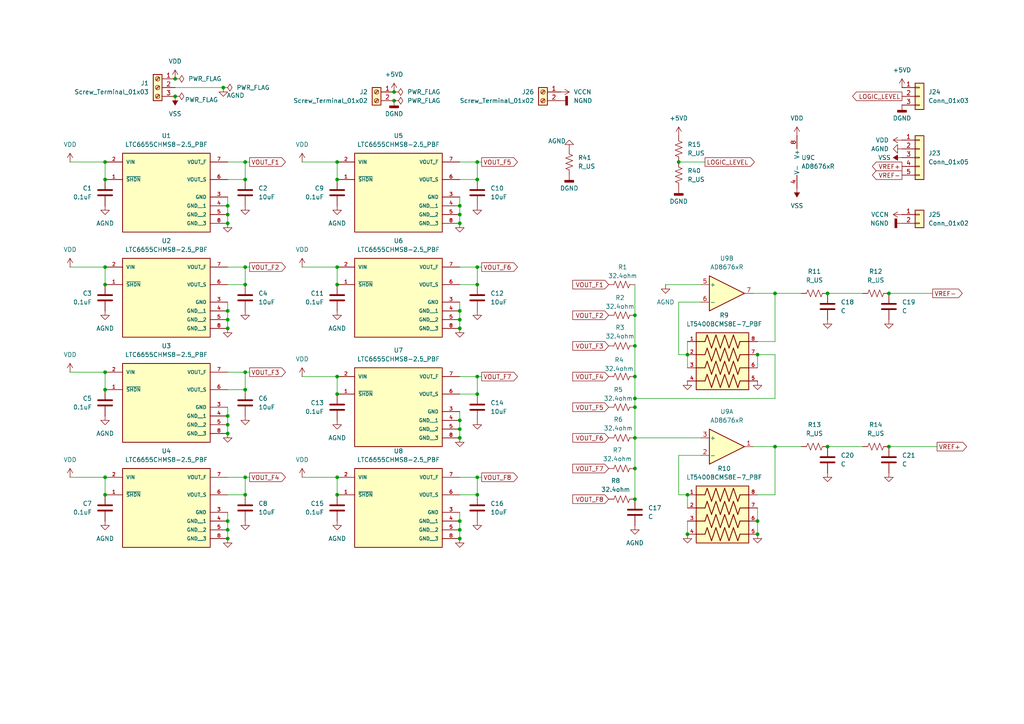
<source format=kicad_sch>
(kicad_sch (version 20250114) (generator "eeschema") (generator_version "9.0")
  (paper "A4")
  (junction (at 97.79 82.55))
  (junction (at 184.15 109.22))
  (junction (at 199.39 102.87))
  (junction (at 71.12 77.47))
  (junction (at 66.04 125.73))
  (junction (at 97.79 138.43))
  (junction (at 66.04 62.23))
  (junction (at 97.79 52.07))
  (junction (at 138.43 109.22))
  (junction (at 184.15 115.57))
  (junction (at 240.03 85.09))
  (junction (at 138.43 46.99))
  (junction (at 184.15 144.78))
  (junction (at 196.85 46.99))
  (junction (at 66.04 92.71))
  (junction (at 133.35 151.13))
  (junction (at 30.48 113.03))
  (junction (at 66.04 95.25))
  (junction (at 30.48 138.43))
  (junction (at 114.3 29.21))
  (junction (at 71.12 143.51))
  (junction (at 133.35 64.77))
  (junction (at 133.35 127))
  (junction (at 133.35 59.69))
  (junction (at 133.35 95.25))
  (junction (at 64.77 25.4))
  (junction (at 71.12 113.03))
  (junction (at 133.35 62.23))
  (junction (at 50.8 27.94))
  (junction (at 138.43 77.47))
  (junction (at 97.79 114.3))
  (junction (at 133.35 92.71))
  (junction (at 66.04 64.77))
  (junction (at 71.12 46.99))
  (junction (at 66.04 156.21))
  (junction (at 133.35 124.46))
  (junction (at 30.48 77.47))
  (junction (at 66.04 153.67))
  (junction (at 114.3 26.67))
  (junction (at 199.39 143.51))
  (junction (at 66.04 120.65))
  (junction (at 224.79 85.09))
  (junction (at 184.15 127))
  (junction (at 219.71 154.94))
  (junction (at 257.81 129.54))
  (junction (at 50.8 22.86))
  (junction (at 184.15 118.11))
  (junction (at 257.81 85.09))
  (junction (at 71.12 107.95))
  (junction (at 133.35 153.67))
  (junction (at 97.79 143.51))
  (junction (at 184.15 100.33))
  (junction (at 30.48 82.55))
  (junction (at 66.04 59.69))
  (junction (at 97.79 46.99))
  (junction (at 30.48 52.07))
  (junction (at 66.04 151.13))
  (junction (at 30.48 46.99))
  (junction (at 138.43 52.07))
  (junction (at 30.48 107.95))
  (junction (at 71.12 82.55))
  (junction (at 133.35 156.21))
  (junction (at 97.79 109.22))
  (junction (at 133.35 90.17))
  (junction (at 199.39 154.94))
  (junction (at 224.79 129.54))
  (junction (at 138.43 114.3))
  (junction (at 138.43 138.43))
  (junction (at 138.43 82.55))
  (junction (at 30.48 143.51))
  (junction (at 133.35 121.92))
  (junction (at 184.15 135.89))
  (junction (at 66.04 90.17))
  (junction (at 71.12 52.07))
  (junction (at 71.12 138.43))
  (junction (at 184.15 91.44))
  (junction (at 66.04 123.19))
  (junction (at 219.71 151.13))
  (junction (at 97.79 77.47))
  (junction (at 138.43 143.51))
  (junction (at 219.71 102.87))
  (junction (at 240.03 129.54))
  (wire (pts (xy 71.12 107.95) (xy 72.39 107.95)))
  (wire (pts (xy 138.43 109.22) (xy 139.7 109.22)))
  (wire (pts (xy 133.35 148.59) (xy 133.35 151.13)))
  (wire (pts (xy 138.43 138.43) (xy 139.7 138.43)))
  (wire (pts (xy 133.35 124.46) (xy 133.35 127)))
  (wire (pts (xy 20.32 138.43) (xy 30.48 138.43)))
  (wire (pts (xy 71.12 52.07) (xy 66.04 52.07)))
  (wire (pts (xy 138.43 109.22) (xy 138.43 114.3)))
  (wire (pts (xy 138.43 46.99) (xy 138.43 52.07)))
  (wire (pts (xy 257.81 129.54) (xy 271.78 129.54)))
  (wire (pts (xy 240.03 85.09) (xy 250.19 85.09)))
  (wire (pts (xy 97.79 77.47) (xy 97.79 82.55)))
  (wire (pts (xy 71.12 77.47) (xy 72.39 77.47)))
  (wire (pts (xy 71.12 107.95) (xy 66.04 107.95)))
  (wire (pts (xy 87.63 138.43) (xy 97.79 138.43)))
  (wire (pts (xy 199.39 102.87) (xy 199.39 106.68)))
  (wire (pts (xy 240.03 129.54) (xy 250.19 129.54)))
  (wire (pts (xy 133.35 151.13) (xy 133.35 153.67)))
  (wire (pts (xy 71.12 138.43) (xy 72.39 138.43)))
  (wire (pts (xy 224.79 115.57) (xy 184.15 115.57)))
  (wire (pts (xy 71.12 46.99) (xy 71.12 52.07)))
  (wire (pts (xy 138.43 52.07) (xy 133.35 52.07)))
  (wire (pts (xy 66.04 57.15) (xy 66.04 59.69)))
  (wire (pts (xy 184.15 91.44) (xy 184.15 100.33)))
  (wire (pts (xy 184.15 127) (xy 184.15 135.89)))
  (wire (pts (xy 71.12 77.47) (xy 71.12 82.55)))
  (wire (pts (xy 71.12 143.51) (xy 66.04 143.51)))
  (wire (pts (xy 66.04 153.67) (xy 66.04 156.21)))
  (wire (pts (xy 138.43 77.47) (xy 133.35 77.47)))
  (wire (pts (xy 133.35 121.92) (xy 133.35 124.46)))
  (wire (pts (xy 224.79 85.09) (xy 224.79 99.06)))
  (wire (pts (xy 138.43 46.99) (xy 133.35 46.99)))
  (wire (pts (xy 196.85 132.08) (xy 203.2 132.08)))
  (wire (pts (xy 133.35 119.38) (xy 133.35 121.92)))
  (wire (pts (xy 71.12 82.55) (xy 66.04 82.55)))
  (wire (pts (xy 66.04 92.71) (xy 66.04 95.25)))
  (wire (pts (xy 133.35 59.69) (xy 133.35 62.23)))
  (wire (pts (xy 66.04 120.65) (xy 66.04 123.19)))
  (wire (pts (xy 138.43 138.43) (xy 133.35 138.43)))
  (wire (pts (xy 219.71 151.13) (xy 219.71 154.94)))
  (wire (pts (xy 199.39 143.51) (xy 199.39 147.32)))
  (wire (pts (xy 138.43 82.55) (xy 133.35 82.55)))
  (wire (pts (xy 30.48 77.47) (xy 30.48 82.55)))
  (wire (pts (xy 184.15 82.55) (xy 184.15 91.44)))
  (wire (pts (xy 184.15 109.22) (xy 184.15 115.57)))
  (wire (pts (xy 30.48 46.99) (xy 30.48 52.07)))
  (wire (pts (xy 71.12 138.43) (xy 71.12 143.51)))
  (wire (pts (xy 138.43 138.43) (xy 138.43 143.51)))
  (wire (pts (xy 66.04 59.69) (xy 66.04 62.23)))
  (wire (pts (xy 66.04 62.23) (xy 66.04 64.77)))
  (wire (pts (xy 71.12 113.03) (xy 66.04 113.03)))
  (wire (pts (xy 133.35 153.67) (xy 133.35 156.21)))
  (wire (pts (xy 196.85 143.51) (xy 199.39 143.51)))
  (wire (pts (xy 138.43 46.99) (xy 139.7 46.99)))
  (wire (pts (xy 30.48 138.43) (xy 30.48 143.51)))
  (wire (pts (xy 71.12 46.99) (xy 66.04 46.99)))
  (wire (pts (xy 184.15 118.11) (xy 184.15 127)))
  (wire (pts (xy 133.35 57.15) (xy 133.35 59.69)))
  (wire (pts (xy 199.39 99.06) (xy 199.39 102.87)))
  (wire (pts (xy 138.43 77.47) (xy 139.7 77.47)))
  (wire (pts (xy 133.35 92.71) (xy 133.35 95.25)))
  (wire (pts (xy 133.35 62.23) (xy 133.35 64.77)))
  (wire (pts (xy 196.85 132.08) (xy 196.85 143.51)))
  (wire (pts (xy 184.15 135.89) (xy 184.15 144.78)))
  (wire (pts (xy 133.35 87.63) (xy 133.35 90.17)))
  (wire (pts (xy 219.71 147.32) (xy 219.71 151.13)))
  (wire (pts (xy 138.43 143.51) (xy 133.35 143.51)))
  (wire (pts (xy 184.15 115.57) (xy 184.15 118.11)))
  (wire (pts (xy 219.71 143.51) (xy 224.79 143.51)))
  (wire (pts (xy 97.79 46.99) (xy 97.79 52.07)))
  (wire (pts (xy 20.32 107.95) (xy 30.48 107.95)))
  (wire (pts (xy 224.79 143.51) (xy 224.79 129.54)))
  (wire (pts (xy 219.71 102.87) (xy 224.79 102.87)))
  (wire (pts (xy 66.04 118.11) (xy 66.04 120.65)))
  (wire (pts (xy 97.79 109.22) (xy 97.79 114.3)))
  (wire (pts (xy 66.04 148.59) (xy 66.04 151.13)))
  (wire (pts (xy 138.43 109.22) (xy 133.35 109.22)))
  (wire (pts (xy 199.39 102.87) (xy 196.85 102.87)))
  (wire (pts (xy 218.44 85.09) (xy 224.79 85.09)))
  (wire (pts (xy 66.04 87.63) (xy 66.04 90.17)))
  (wire (pts (xy 71.12 107.95) (xy 71.12 113.03)))
  (wire (pts (xy 224.79 85.09) (xy 232.41 85.09)))
  (wire (pts (xy 138.43 77.47) (xy 138.43 82.55)))
  (wire (pts (xy 87.63 46.99) (xy 97.79 46.99)))
  (wire (pts (xy 50.8 25.4) (xy 64.77 25.4)))
  (wire (pts (xy 196.85 87.63) (xy 203.2 87.63)))
  (wire (pts (xy 30.48 107.95) (xy 30.48 113.03)))
  (wire (pts (xy 97.79 138.43) (xy 97.79 143.51)))
  (wire (pts (xy 71.12 77.47) (xy 66.04 77.47)))
  (wire (pts (xy 87.63 109.22) (xy 97.79 109.22)))
  (wire (pts (xy 204.47 46.99) (xy 196.85 46.99)))
  (wire (pts (xy 224.79 129.54) (xy 232.41 129.54)))
  (wire (pts (xy 138.43 114.3) (xy 133.35 114.3)))
  (wire (pts (xy 199.39 151.13) (xy 199.39 154.94)))
  (wire (pts (xy 219.71 102.87) (xy 219.71 106.68)))
  (wire (pts (xy 71.12 138.43) (xy 66.04 138.43)))
  (wire (pts (xy 20.32 77.47) (xy 30.48 77.47)))
  (wire (pts (xy 184.15 127) (xy 203.2 127)))
  (wire (pts (xy 224.79 99.06) (xy 219.71 99.06)))
  (wire (pts (xy 71.12 46.99) (xy 72.39 46.99)))
  (wire (pts (xy 218.44 129.54) (xy 224.79 129.54)))
  (wire (pts (xy 20.32 46.99) (xy 30.48 46.99)))
  (wire (pts (xy 224.79 102.87) (xy 224.79 115.57)))
  (wire (pts (xy 133.35 90.17) (xy 133.35 92.71)))
  (wire (pts (xy 184.15 100.33) (xy 184.15 109.22)))
  (wire (pts (xy 257.81 85.09) (xy 270.51 85.09)))
  (wire (pts (xy 66.04 90.17) (xy 66.04 92.71)))
  (wire (pts (xy 196.85 102.87) (xy 196.85 87.63)))
  (wire (pts (xy 193.04 82.55) (xy 203.2 82.55)))
  (wire (pts (xy 87.63 77.47) (xy 97.79 77.47)))
  (wire (pts (xy 66.04 123.19) (xy 66.04 125.73)))
  (wire (pts (xy 66.04 151.13) (xy 66.04 153.67)))
  (global_label "VOUT_F5" (shape input) (at 176.53 118.11 180) (property "Intersheetrefs" "${INTERSHEET_REFS}" (effects (hide yes))))
  (global_label "VOUT_F7" (shape output) (at 139.7 109.22 0) (property "Intersheetrefs" "${INTERSHEET_REFS}" (effects (hide yes))))
  (global_label "VOUT_F2" (shape output) (at 72.39 77.47 0) (property "Intersheetrefs" "${INTERSHEET_REFS}" (effects (hide yes))))
  (global_label "VOUT_F5" (shape output) (at 139.7 46.99 0) (property "Intersheetrefs" "${INTERSHEET_REFS}" (effects (hide yes))))
  (global_label "VREF+" (shape output) (at 261.62 48.26 180) (property "Intersheetrefs" "${INTERSHEET_REFS}" (effects (hide yes))))
  (global_label "VOUT_F6" (shape input) (at 176.53 127 180) (property "Intersheetrefs" "${INTERSHEET_REFS}" (effects (hide yes))))
  (global_label "VOUT_F6" (shape output) (at 139.7 77.47 0) (property "Intersheetrefs" "${INTERSHEET_REFS}" (effects (hide yes))))
  (global_label "VREF-" (shape output) (at 270.51 85.09 0) (property "Intersheetrefs" "${INTERSHEET_REFS}" (effects (hide yes))))
  (global_label "VREF+" (shape output) (at 271.78 129.54 0) (property "Intersheetrefs" "${INTERSHEET_REFS}" (effects (hide yes))))
  (global_label "VREF-" (shape output) (at 261.62 50.8 180) (property "Intersheetrefs" "${INTERSHEET_REFS}" (effects (hide yes))))
  (global_label "VOUT_F1" (shape input) (at 176.53 82.55 180) (property "Intersheetrefs" "${INTERSHEET_REFS}" (effects (hide yes))))
  (global_label "LOGIC_LEVEL" (shape output) (at 261.62 27.94 180) (property "Intersheetrefs" "${INTERSHEET_REFS}" (effects (hide yes))))
  (global_label "VOUT_F2" (shape input) (at 176.53 91.44 180) (property "Intersheetrefs" "${INTERSHEET_REFS}" (effects (hide yes))))
  (global_label "VOUT_F8" (shape output) (at 139.7 138.43 0) (property "Intersheetrefs" "${INTERSHEET_REFS}" (effects (hide yes))))
  (global_label "LOGIC_LEVEL" (shape output) (at 204.47 46.99 0) (property "Intersheetrefs" "${INTERSHEET_REFS}" (effects (hide yes))))
  (global_label "VOUT_F3" (shape input) (at 176.53 100.33 180) (property "Intersheetrefs" "${INTERSHEET_REFS}" (effects (hide yes))))
  (global_label "VOUT_F8" (shape input) (at 176.53 144.78 180) (property "Intersheetrefs" "${INTERSHEET_REFS}" (effects (hide yes))))
  (global_label "VOUT_F7" (shape input) (at 176.53 135.89 180) (property "Intersheetrefs" "${INTERSHEET_REFS}" (effects (hide yes))))
  (global_label "VOUT_F1" (shape output) (at 72.39 46.99 0) (property "Intersheetrefs" "${INTERSHEET_REFS}" (effects (hide yes))))
  (global_label "VOUT_F3" (shape output) (at 72.39 107.95 0) (property "Intersheetrefs" "${INTERSHEET_REFS}" (effects (hide yes))))
  (global_label "VOUT_F4" (shape output) (at 72.39 138.43 0) (property "Intersheetrefs" "${INTERSHEET_REFS}" (effects (hide yes))))
  (global_label "VOUT_F4" (shape input) (at 176.53 109.22 180) (property "Intersheetrefs" "${INTERSHEET_REFS}" (effects (hide yes))))
  (symbol (lib_id "power:PWR_FLAG") (at 64.77 25.4 270) (unit 1)
    (property "Reference" "#FLG04" (effects (hide yes)))
    (property "Value" "PWR_FLAG" (at 68.58 25.3999 90) (effects (justify left)))
    (property "Description" "Special symbol for telling ERC where power comes from" (effects (hide yes)))
  )
  (symbol (lib_id "power:GNDD") (at 162.56 29.21 90) (unit 1)
    (property "Reference" "#PWR0509" (effects (hide yes)))
    (property "Value" "NGND" (at 166.37 29.2099 90) (effects (justify right)))
    (property "Description" "Power symbol creates a global label with name \"GNDD\" , digital ground" (effects (hide yes)))
  )
  (symbol (lib_id "power:GND") (at 138.43 121.92 0) (unit 1)
    (property "Reference" "#PWR031" (effects (hide yes)))
    (property "Value" "AGND" (effects (hide yes)))
    (property "Description" "Power symbol creates a global label with name \"GND\" , ground" (effects (hide yes)))
  )
  (symbol (lib_id "power:PWR_FLAG") (at 114.3 29.21 270) (unit 1)
    (property "Reference" "#FLG06" (effects (hide yes)))
    (property "Value" "PWR_FLAG" (at 118.11 29.2099 90) (effects (justify left)))
    (property "Description" "Special symbol for telling ERC where power comes from" (effects (hide yes)))
  )
  (symbol (lib_id "Connector_Generic:Conn_01x02") (at 266.7 62.23 0) (unit 1)
    (property "Reference" "J25" (at 269.24 62.2299 0) (effects (justify left)))
    (property "Value" "Conn_01x02" (at 269.24 64.7699 0) (effects (justify left)))
    (property "Footprint" "Connector_PinHeader_2.54mm:PinHeader_1x02_P2.54mm_Vertical" (effects (hide yes)))
    (property "Description" "Generic connector, single row, 01x02, script generated (kicad-library-utils/schlib/autogen/connector/)" (effects (hide yes)))
  )
  (symbol (lib_id "Device:R_US") (at 180.34 91.44 90) (unit 1)
    (property "Reference" "R2" (at 179.832 86.36 90))
    (property "Value" "32.4ohm" (at 179.832 88.9 90))
    (property "Footprint" "Resistor_SMD:R_0805_2012Metric_Pad1.20x1.40mm_HandSolder" (effects (hide yes)))
    (property "Description" "Resistor, US symbol" (effects (hide yes)))
  )
  (symbol (lib_name "LTC6655CHMS8-2.5_PBF_1") (lib_id "LTC6655CHMS8-2.5_PBF:LTC6655CHMS8-2.5_PBF") (at 115.57 143.51 0) (unit 1)
    (property "Reference" "U8" (at 115.57 130.81 0))
    (property "Value" "LTC6655CHMS8-2.5_PBF" (at 115.57 133.35 0))
    (property "Footprint" "Package_LCC:Analog_LCC-8_5x5mm_P1.27mm" (effects (hide yes)))
    (property "PARTREV" "J" (effects (hide yes)))
    (property "MANUFACTURER" "Analog Devices" (effects (hide yes)))
    (property "MAXIMUM_PACKAGE_HEIGHT" "1.1mm" (effects (hide yes)))
    (property "STANDARD" "IPC 7351B" (effects (hide yes)))
  )
  (symbol (lib_id "Device:R_US") (at 180.34 109.22 90) (unit 1)
    (property "Reference" "R4" (at 179.578 104.394 90))
    (property "Value" "32.4ohm" (at 179.578 106.934 90))
    (property "Footprint" "Resistor_SMD:R_0805_2012Metric_Pad1.20x1.40mm_HandSolder" (effects (hide yes)))
    (property "Description" "Resistor, US symbol" (effects (hide yes)))
  )
  (symbol (lib_id "Device:C") (at 257.81 88.9 0) (unit 1)
    (property "Reference" "C19" (at 261.62 87.6299 0) (effects (justify left)))
    (property "Value" "C" (at 261.62 90.1699 0) (effects (justify left)))
    (property "Footprint" "Capacitor_SMD:C_0805_2012Metric" (effects (hide yes)))
    (property "Description" "Unpolarized capacitor" (effects (hide yes)))
  )
  (symbol (lib_id "Device:C") (at 138.43 86.36 0) (unit 1)
    (property "Reference" "C12" (at 142.24 85.0899 0) (effects (justify left)))
    (property "Value" "10uF" (at 142.24 87.6299 0) (effects (justify left)))
    (property "Footprint" "Capacitor_SMD:C_0603_1608Metric_Pad1.08x0.95mm_HandSolder" (effects (hide yes)))
    (property "Description" "Unpolarized capacitor" (effects (hide yes)))
  )
  (symbol (lib_id "power:GND") (at 71.12 59.69 0) (unit 1)
    (property "Reference" "#PWR05" (effects (hide yes)))
    (property "Value" "AGND" (effects (hide yes)))
    (property "Description" "Power symbol creates a global label with name \"GND\" , ground" (effects (hide yes)))
  )
  (symbol (lib_id "power:VSS") (at 261.62 45.72 90) (mirror x) (unit 1)
    (property "Reference" "#PWR0493" (effects (hide yes)))
    (property "Value" "VSS" (at 256.54 45.72 90))
    (property "Description" "Power symbol creates a global label with name \"VSS\"" (effects (hide yes)))
  )
  (symbol (lib_id "Device:R_US") (at 180.34 135.89 90) (unit 1)
    (property "Reference" "R7" (at 179.07 130.556 90))
    (property "Value" "32.4ohm" (at 179.07 133.096 90))
    (property "Footprint" "Resistor_SMD:R_0805_2012Metric_Pad1.20x1.40mm_HandSolder" (effects (hide yes)))
    (property "Description" "Resistor, US symbol" (effects (hide yes)))
  )
  (symbol (lib_id "power:GND") (at 138.43 151.13 0) (unit 1)
    (property "Reference" "#PWR035" (effects (hide yes)))
    (property "Value" "AGND" (effects (hide yes)))
    (property "Description" "Power symbol creates a global label with name \"GND\" , ground" (effects (hide yes)))
  )
  (symbol (lib_id "power:GNDD") (at 261.62 30.48 0) (unit 1)
    (property "Reference" "#PWR0501" (effects (hide yes)))
    (property "Value" "DGND" (at 261.62 34.29 0))
    (property "Description" "Power symbol creates a global label with name \"GNDD\" , digital ground" (effects (hide yes)))
  )
  (symbol (lib_id "power:VSS") (at 50.8 27.94 0) (mirror x) (unit 1)
    (property "Reference" "#PWR03" (effects (hide yes)))
    (property "Value" "VSS" (at 50.8 33.02 0))
    (property "Description" "Power symbol creates a global label with name \"VSS\"" (effects (hide yes)))
  )
  (symbol (lib_id "power:GND") (at 71.12 120.65 0) (unit 1)
    (property "Reference" "#PWR014" (effects (hide yes)))
    (property "Value" "AGND" (effects (hide yes)))
    (property "Description" "Power symbol creates a global label with name \"GND\" , ground" (effects (hide yes)))
  )
  (symbol (lib_id "Device:C") (at 138.43 55.88 0) (unit 1)
    (property "Reference" "C10" (at 142.24 54.6099 0) (effects (justify left)))
    (property "Value" "10uF" (at 142.24 57.1499 0) (effects (justify left)))
    (property "Footprint" "Capacitor_SMD:C_0603_1608Metric_Pad1.08x0.95mm_HandSolder" (effects (hide yes)))
    (property "Description" "Unpolarized capacitor" (effects (hide yes)))
  )
  (symbol (lib_id "Device:R_US") (at 165.1 46.99 0) (unit 1)
    (property "Reference" "R41" (at 167.64 45.7199 0) (effects (justify left)))
    (property "Value" "R_US" (at 167.64 48.2599 0) (effects (justify left)))
    (property "Footprint" "Resistor_THT:R_Axial_DIN0309_L9.0mm_D3.2mm_P20.32mm_Horizontal" (effects (hide yes)))
    (property "Description" "Resistor, US symbol" (effects (hide yes)))
  )
  (symbol (lib_id "Device:R_US") (at 180.34 127 90) (unit 1)
    (property "Reference" "R6" (at 179.324 121.666 90))
    (property "Value" "32.4ohm" (at 179.324 124.206 90))
    (property "Footprint" "Resistor_SMD:R_0805_2012Metric_Pad1.20x1.40mm_HandSolder" (effects (hide yes)))
    (property "Description" "Resistor, US symbol" (effects (hide yes)))
  )
  (symbol (lib_id "Device:C") (at 71.12 147.32 0) (unit 1)
    (property "Reference" "C8" (at 74.93 146.0499 0) (effects (justify left)))
    (property "Value" "10uF" (at 74.93 148.5899 0) (effects (justify left)))
    (property "Footprint" "Capacitor_SMD:C_0603_1608Metric_Pad1.08x0.95mm_HandSolder" (effects (hide yes)))
    (property "Description" "Unpolarized capacitor" (effects (hide yes)))
  )
  (symbol (lib_id "power:VDD") (at 87.63 46.99 0) (unit 1)
    (property "Reference" "#PWR019" (effects (hide yes)))
    (property "Value" "VDD" (at 87.63 41.91 0))
    (property "Description" "Power symbol creates a global label with name \"VDD\"" (effects (hide yes)))
  )
  (symbol (lib_id "power:VDD") (at 231.14 39.37 0) (unit 1)
    (property "Reference" "#PWR047" (effects (hide yes)))
    (property "Value" "VDD" (at 231.14 34.29 0))
    (property "Description" "Power symbol creates a global label with name \"VDD\"" (effects (hide yes)))
  )
  (symbol (lib_id "power:VDD") (at 87.63 138.43 0) (unit 1)
    (property "Reference" "#PWR032" (effects (hide yes)))
    (property "Value" "VDD" (at 87.63 133.35 0))
    (property "Description" "Power symbol creates a global label with name \"VDD\"" (effects (hide yes)))
  )
  (symbol (lib_id "power:GND") (at 133.35 95.25 0) (unit 1)
    (property "Reference" "#PWR026" (effects (hide yes)))
    (property "Value" "AGND" (effects (hide yes)))
    (property "Description" "Power symbol creates a global label with name \"GND\" , ground" (effects (hide yes)))
  )
  (symbol (lib_id "power:VCC") (at 162.56 26.67 270) (mirror x) (unit 1)
    (property "Reference" "#PWR0508" (effects (hide yes)))
    (property "Value" "VCCN" (at 166.37 26.6699 90) (effects (justify left)))
    (property "Description" "Power symbol creates a global label with name \"VCC\"" (effects (hide yes)))
  )
  (symbol (lib_id "power:GND") (at 66.04 95.25 0) (unit 1)
    (property "Reference" "#PWR08" (effects (hide yes)))
    (property "Value" "AGND" (effects (hide yes)))
    (property "Description" "Power symbol creates a global label with name \"GND\" , ground" (effects (hide yes)))
  )
  (symbol (lib_id "power:+5V") (at 114.3 26.67 0) (unit 1)
    (property "Reference" "#PWR046" (effects (hide yes)))
    (property "Value" "+5VD" (at 114.3 21.59 0))
    (property "Description" "Power symbol creates a global label with name \"+5V\"" (effects (hide yes)))
  )
  (symbol (lib_id "power:GND") (at 219.71 110.49 0) (unit 1)
    (property "Reference" "#PWR038" (effects (hide yes)))
    (property "Value" "AGND" (effects (hide yes)))
    (property "Description" "Power symbol creates a global label with name \"GND\" , ground" (effects (hide yes)))
  )
  (symbol (lib_id "power:GND") (at 257.81 137.16 0) (unit 1)
    (property "Reference" "#PWR045" (effects (hide yes)))
    (property "Value" "AGND" (effects (hide yes)))
    (property "Description" "Power symbol creates a global label with name \"GND\" , ground" (effects (hide yes)))
  )
  (symbol (lib_id "power:GND") (at 97.79 59.69 0) (unit 1)
    (property "Reference" "#PWR021" (effects (hide yes)))
    (property "Value" "AGND" (at 97.79 64.77 0))
    (property "Description" "Power symbol creates a global label with name \"GND\" , ground" (effects (hide yes)))
  )
  (symbol (lib_id "power:GND") (at 199.39 110.49 0) (unit 1)
    (property "Reference" "#PWR037" (effects (hide yes)))
    (property "Value" "AGND" (effects (hide yes)))
    (property "Description" "Power symbol creates a global label with name \"GND\" , ground" (effects (hide yes)))
  )
  (symbol (lib_id "Device:R_US") (at 254 85.09 90) (unit 1)
    (property "Reference" "R12" (at 254 78.74 90))
    (property "Value" "R_US" (at 254 81.28 90))
    (property "Footprint" "Resistor_SMD:R_0805_2012Metric" (effects (hide yes)))
    (property "Description" "Resistor, US symbol" (effects (hide yes)))
  )
  (symbol (lib_id "power:GND") (at 71.12 151.13 0) (unit 1)
    (property "Reference" "#PWR018" (effects (hide yes)))
    (property "Value" "AGND" (effects (hide yes)))
    (property "Description" "Power symbol creates a global label with name \"GND\" , ground" (effects (hide yes)))
  )
  (symbol (lib_id "Device:C") (at 30.48 55.88 0) (mirror y) (unit 1)
    (property "Reference" "C1" (at 26.67 54.6099 0) (effects (justify left)))
    (property "Value" "0.1uF" (at 26.67 57.1499 0) (effects (justify left)))
    (property "Footprint" "Capacitor_SMD:C_0402_1005Metric_Pad0.74x0.62mm_HandSolder" (effects (hide yes)))
    (property "Description" "Unpolarized capacitor" (effects (hide yes)))
  )
  (symbol (lib_id "Amplifier_Operational:AD8676xR") (at 210.82 85.09 0) (unit 2)
    (property "Reference" "U9" (at 210.82 74.93 0))
    (property "Value" "AD8676xR" (at 210.82 77.47 0))
    (property "Footprint" "Package_SO:SOIC-8_3.9x4.9mm_P1.27mm" (effects (hide yes)))
    (property "Datasheet" "https://www.analog.com/media/en/technical-documentation/data-sheets/AD8676.pdf" (effects (hide yes)))
    (property "Description" "Dual operational amplifier, Ultra-precision, 36V, Rail-to-rail output, SOIC-8" (effects (hide yes)))
  )
  (symbol (lib_id "power:PWR_FLAG") (at 114.3 26.67 270) (unit 1)
    (property "Reference" "#FLG03" (effects (hide yes)))
    (property "Value" "PWR_FLAG" (at 118.11 26.6699 90) (effects (justify left)))
    (property "Description" "Special symbol for telling ERC where power comes from" (effects (hide yes)))
  )
  (symbol (lib_id "Device:R_US") (at 236.22 129.54 90) (unit 1)
    (property "Reference" "R13" (at 236.22 123.19 90))
    (property "Value" "R_US" (at 236.22 125.73 90))
    (property "Footprint" "Resistor_SMD:R_0805_2012Metric" (effects (hide yes)))
    (property "Description" "Resistor, US symbol" (effects (hide yes)))
  )
  (symbol (lib_id "power:GND") (at 240.03 137.16 0) (unit 1)
    (property "Reference" "#PWR044" (effects (hide yes)))
    (property "Value" "AGND" (effects (hide yes)))
    (property "Description" "Power symbol creates a global label with name \"GND\" , ground" (effects (hide yes)))
  )
  (symbol (lib_id "Device:C") (at 97.79 147.32 0) (mirror y) (unit 1)
    (property "Reference" "C15" (at 93.98 146.0499 0) (effects (justify left)))
    (property "Value" "0.1uF" (at 93.98 148.5899 0) (effects (justify left)))
    (property "Footprint" "Capacitor_SMD:C_0402_1005Metric_Pad0.74x0.62mm_HandSolder" (effects (hide yes)))
    (property "Description" "Unpolarized capacitor" (effects (hide yes)))
  )
  (symbol (lib_id "power:GND") (at 66.04 156.21 0) (unit 1)
    (property "Reference" "#PWR017" (effects (hide yes)))
    (property "Value" "AGND" (effects (hide yes)))
    (property "Description" "Power symbol creates a global label with name \"GND\" , ground" (effects (hide yes)))
  )
  (symbol (lib_id "power:VDD") (at 20.32 77.47 0) (unit 1)
    (property "Reference" "#PWR06" (effects (hide yes)))
    (property "Value" "VDD" (at 20.32 72.39 0))
    (property "Description" "Power symbol creates a global label with name \"VDD\"" (effects (hide yes)))
  )
  (symbol (lib_name "LTC6655CHMS8-2.5_PBF_1") (lib_id "LTC6655CHMS8-2.5_PBF:LTC6655CHMS8-2.5_PBF") (at 48.26 113.03 0) (unit 1)
    (property "Reference" "U3" (at 48.26 100.33 0))
    (property "Value" "LTC6655CHMS8-2.5_PBF" (at 48.26 102.87 0))
    (property "Footprint" "Package_LCC:Analog_LCC-8_5x5mm_P1.27mm" (effects (hide yes)))
    (property "PARTREV" "J" (effects (hide yes)))
    (property "MANUFACTURER" "Analog Devices" (effects (hide yes)))
    (property "MAXIMUM_PACKAGE_HEIGHT" "1.1mm" (effects (hide yes)))
    (property "STANDARD" "IPC 7351B" (effects (hide yes)))
  )
  (symbol (lib_id "power:VDD") (at 261.62 40.64 90) (unit 1)
    (property "Reference" "#PWR0452" (effects (hide yes)))
    (property "Value" "VDD" (at 257.81 40.6399 90) (effects (justify left)))
    (property "Description" "Power symbol creates a global label with name \"VDD\"" (effects (hide yes)))
  )
  (symbol (lib_id "power:GND") (at 257.81 92.71 0) (unit 1)
    (property "Reference" "#PWR043" (effects (hide yes)))
    (property "Value" "AGND" (effects (hide yes)))
    (property "Description" "Power symbol creates a global label with name \"GND\" , ground" (effects (hide yes)))
  )
  (symbol (lib_id "power:GND") (at 184.15 152.4 0) (unit 1)
    (property "Reference" "#PWR036" (effects (hide yes)))
    (property "Value" "AGND" (at 184.15 157.48 0))
    (property "Description" "Power symbol creates a global label with name \"GND\" , ground" (effects (hide yes)))
  )
  (symbol (lib_id "power:+5V") (at 261.62 25.4 0) (unit 1)
    (property "Reference" "#PWR0500" (effects (hide yes)))
    (property "Value" "+5VD" (at 261.62 20.32 0))
    (property "Description" "Power symbol creates a global label with name \"+5V\"" (effects (hide yes)))
  )
  (symbol (lib_name "LTC6655CHMS8-2.5_PBF_1") (lib_id "LTC6655CHMS8-2.5_PBF:LTC6655CHMS8-2.5_PBF") (at 48.26 82.55 0) (unit 1)
    (property "Reference" "U2" (at 48.26 69.85 0))
    (property "Value" "LTC6655CHMS8-2.5_PBF" (at 48.26 72.39 0))
    (property "Footprint" "Package_LCC:Analog_LCC-8_5x5mm_P1.27mm" (effects (hide yes)))
    (property "PARTREV" "J" (effects (hide yes)))
    (property "MANUFACTURER" "Analog Devices" (effects (hide yes)))
    (property "MAXIMUM_PACKAGE_HEIGHT" "1.1mm" (effects (hide yes)))
    (property "STANDARD" "IPC 7351B" (effects (hide yes)))
  )
  (symbol (lib_id "Device:R_US") (at 180.34 100.33 90) (unit 1)
    (property "Reference" "R3" (at 179.832 94.996 90))
    (property "Value" "32.4ohm" (at 179.832 97.536 90))
    (property "Footprint" "Resistor_SMD:R_0805_2012Metric_Pad1.20x1.40mm_HandSolder" (effects (hide yes)))
    (property "Description" "Resistor, US symbol" (effects (hide yes)))
  )
  (symbol (lib_id "power:GND") (at 66.04 64.77 0) (unit 1)
    (property "Reference" "#PWR04" (effects (hide yes)))
    (property "Value" "AGND" (effects (hide yes)))
    (property "Description" "Power symbol creates a global label with name \"GND\" , ground" (effects (hide yes)))
  )
  (symbol (lib_id "power:GND") (at 261.62 43.18 270) (unit 1)
    (property "Reference" "#PWR0492" (effects (hide yes)))
    (property "Value" "AGND" (at 257.81 43.1799 90) (effects (justify right)))
    (property "Description" "Power symbol creates a global label with name \"GND\" , ground" (effects (hide yes)))
  )
  (symbol (lib_id "Device:R_US") (at 180.34 118.11 90) (unit 1)
    (property "Reference" "R5" (at 179.324 113.03 90))
    (property "Value" "32.4ohm" (at 179.324 115.57 90))
    (property "Footprint" "Resistor_SMD:R_0805_2012Metric_Pad1.20x1.40mm_HandSolder" (effects (hide yes)))
    (property "Description" "Resistor, US symbol" (effects (hide yes)))
  )
  (symbol (lib_name "LTC6655CHMS8-2.5_PBF_1") (lib_id "LTC6655CHMS8-2.5_PBF:LTC6655CHMS8-2.5_PBF") (at 115.57 82.55 0) (unit 1)
    (property "Reference" "U6" (at 115.57 69.85 0))
    (property "Value" "LTC6655CHMS8-2.5_PBF" (at 115.57 72.39 0))
    (property "Footprint" "Package_LCC:Analog_LCC-8_5x5mm_P1.27mm" (effects (hide yes)))
    (property "PARTREV" "J" (effects (hide yes)))
    (property "MANUFACTURER" "Analog Devices" (effects (hide yes)))
    (property "MAXIMUM_PACKAGE_HEIGHT" "1.1mm" (effects (hide yes)))
    (property "STANDARD" "IPC 7351B" (effects (hide yes)))
  )
  (symbol (lib_id "power:GND") (at 133.35 127 0) (unit 1)
    (property "Reference" "#PWR030" (effects (hide yes)))
    (property "Value" "AGND" (effects (hide yes)))
    (property "Description" "Power symbol creates a global label with name \"GND\" , ground" (effects (hide yes)))
  )
  (symbol (lib_id "power:GND") (at 193.04 82.55 0) (unit 1)
    (property "Reference" "#PWR041" (effects (hide yes)))
    (property "Value" "AGND" (at 193.04 87.63 0))
    (property "Description" "Power symbol creates a global label with name \"GND\" , ground" (effects (hide yes)))
  )
  (symbol (lib_id "Device:C") (at 97.79 55.88 0) (mirror y) (unit 1)
    (property "Reference" "C9" (at 93.98 54.6099 0) (effects (justify left)))
    (property "Value" "0.1uF" (at 93.98 57.1499 0) (effects (justify left)))
    (property "Footprint" "Capacitor_SMD:C_0402_1005Metric_Pad0.74x0.62mm_HandSolder" (effects (hide yes)))
    (property "Description" "Unpolarized capacitor" (effects (hide yes)))
  )
  (symbol (lib_name "LTC6655CHMS8-2.5_PBF_1") (lib_id "LTC6655CHMS8-2.5_PBF:LTC6655CHMS8-2.5_PBF") (at 48.26 143.51 0) (unit 1)
    (property "Reference" "U4" (at 48.26 130.81 0))
    (property "Value" "LTC6655CHMS8-2.5_PBF" (at 48.26 133.35 0))
    (property "Footprint" "Package_LCC:Analog_LCC-8_5x5mm_P1.27mm" (effects (hide yes)))
    (property "PARTREV" "J" (effects (hide yes)))
    (property "MANUFACTURER" "Analog Devices" (effects (hide yes)))
    (property "MAXIMUM_PACKAGE_HEIGHT" "1.1mm" (effects (hide yes)))
    (property "STANDARD" "IPC 7351B" (effects (hide yes)))
  )
  (symbol (lib_id "power:GND") (at 71.12 90.17 0) (unit 1)
    (property "Reference" "#PWR09" (effects (hide yes)))
    (property "Value" "AGND" (effects (hide yes)))
    (property "Description" "Power symbol creates a global label with name \"GND\" , ground" (effects (hide yes)))
  )
  (symbol (lib_id "power:VDD") (at 20.32 107.95 0) (unit 1)
    (property "Reference" "#PWR010" (effects (hide yes)))
    (property "Value" "VDD" (at 20.32 102.87 0))
    (property "Description" "Power symbol creates a global label with name \"VDD\"" (effects (hide yes)))
  )
  (symbol (lib_id "power:PWR_FLAG") (at 50.8 22.86 270) (unit 1)
    (property "Reference" "#FLG01" (effects (hide yes)))
    (property "Value" "PWR_FLAG" (at 54.61 22.8599 90) (effects (justify left)))
    (property "Description" "Special symbol for telling ERC where power comes from" (effects (hide yes)))
  )
  (symbol (lib_id "power:GNDD") (at 165.1 50.8 0) (unit 1)
    (property "Reference" "#PWR0542" (effects (hide yes)))
    (property "Value" "DGND" (at 165.1 54.61 0))
    (property "Description" "Power symbol creates a global label with name \"GNDD\" , digital ground" (effects (hide yes)))
  )
  (symbol (lib_id "power:GND") (at 97.79 90.17 0) (unit 1)
    (property "Reference" "#PWR025" (effects (hide yes)))
    (property "Value" "AGND" (at 97.79 95.25 0))
    (property "Description" "Power symbol creates a global label with name \"GND\" , ground" (effects (hide yes)))
  )
  (symbol (lib_id "Device:C") (at 71.12 116.84 0) (unit 1)
    (property "Reference" "C6" (at 74.93 115.5699 0) (effects (justify left)))
    (property "Value" "10uF" (at 74.93 118.1099 0) (effects (justify left)))
    (property "Footprint" "Capacitor_SMD:C_0603_1608Metric_Pad1.08x0.95mm_HandSolder" (effects (hide yes)))
    (property "Description" "Unpolarized capacitor" (effects (hide yes)))
  )
  (symbol (lib_id "Device:C") (at 184.15 148.59 0) (unit 1)
    (property "Reference" "C17" (at 187.96 147.3199 0) (effects (justify left)))
    (property "Value" "C" (at 187.96 149.8599 0) (effects (justify left)))
    (property "Footprint" "Capacitor_SMD:C_0805_2012Metric" (effects (hide yes)))
    (property "Description" "Unpolarized capacitor" (effects (hide yes)))
  )
  (symbol (lib_id "Connector:Screw_Terminal_01x02") (at 109.22 26.67 0) (mirror y) (unit 1)
    (property "Reference" "J2" (at 106.68 26.6699 0) (effects (justify left)))
    (property "Value" "Screw_Terminal_01x02" (at 106.68 29.2099 0) (effects (justify left)))
    (property "Footprint" "TerminalBlock_4Ucon:TerminalBlock_4Ucon_1x02_P3.50mm_Horizontal" (effects (hide yes)))
    (property "Description" "Generic screw terminal, single row, 01x02, script generated (kicad-library-utils/schlib/autogen/connector/)" (effects (hide yes)))
  )
  (symbol (lib_id "power:VDD") (at 87.63 109.22 0) (unit 1)
    (property "Reference" "#PWR028" (effects (hide yes)))
    (property "Value" "VDD" (at 87.63 104.14 0))
    (property "Description" "Power symbol creates a global label with name \"VDD\"" (effects (hide yes)))
  )
  (symbol (lib_id "power:GND") (at 64.77 25.4 0) (unit 1)
    (property "Reference" "#PWR01" (effects (hide yes)))
    (property "Value" "AGND" (at 68.326 27.686 0))
    (property "Description" "Power symbol creates a global label with name \"GND\" , ground" (effects (hide yes)))
  )
  (symbol (lib_id "power:VSS") (at 231.14 54.61 0) (mirror x) (unit 1)
    (property "Reference" "#PWR048" (effects (hide yes)))
    (property "Value" "VSS" (at 231.14 59.69 0))
    (property "Description" "Power symbol creates a global label with name \"VSS\"" (effects (hide yes)))
  )
  (symbol (lib_name "LTC6655CHMS8-2.5_PBF_1") (lib_id "LTC6655CHMS8-2.5_PBF:LTC6655CHMS8-2.5_PBF") (at 115.57 114.3 0) (unit 1)
    (property "Reference" "U7" (at 115.57 101.6 0))
    (property "Value" "LTC6655CHMS8-2.5_PBF" (at 115.57 104.14 0))
    (property "Footprint" "Package_LCC:Analog_LCC-8_5x5mm_P1.27mm" (effects (hide yes)))
    (property "PARTREV" "J" (effects (hide yes)))
    (property "MANUFACTURER" "Analog Devices" (effects (hide yes)))
    (property "MAXIMUM_PACKAGE_HEIGHT" "1.1mm" (effects (hide yes)))
    (property "STANDARD" "IPC 7351B" (effects (hide yes)))
  )
  (symbol (lib_id "power:GND") (at 133.35 156.21 0) (unit 1)
    (property "Reference" "#PWR034" (effects (hide yes)))
    (property "Value" "AGND" (effects (hide yes)))
    (property "Description" "Power symbol creates a global label with name \"GND\" , ground" (effects (hide yes)))
  )
  (symbol (lib_id "Device:R_US") (at 254 129.54 90) (unit 1)
    (property "Reference" "R14" (at 254 123.19 90))
    (property "Value" "R_US" (at 254 125.73 90))
    (property "Footprint" "Resistor_SMD:R_0805_2012Metric" (effects (hide yes)))
    (property "Description" "Resistor, US symbol" (effects (hide yes)))
  )
  (symbol (lib_id "power:GND") (at 165.1 43.18 180) (unit 1)
    (property "Reference" "#PWR0543" (effects (hide yes)))
    (property "Value" "AGND" (at 161.544 40.894 0))
    (property "Description" "Power symbol creates a global label with name \"GND\" , ground" (effects (hide yes)))
  )
  (symbol (lib_id "power:GND") (at 97.79 121.92 0) (unit 1)
    (property "Reference" "#PWR029" (effects (hide yes)))
    (property "Value" "AGND" (at 97.79 127 0))
    (property "Description" "Power symbol creates a global label with name \"GND\" , ground" (effects (hide yes)))
  )
  (symbol (lib_id "power:GND") (at 199.39 154.94 0) (unit 1)
    (property "Reference" "#PWR039" (effects (hide yes)))
    (property "Value" "AGND" (effects (hide yes)))
    (property "Description" "Power symbol creates a global label with name \"GND\" , ground" (effects (hide yes)))
  )
  (symbol (lib_id "power:GND") (at 97.79 151.13 0) (unit 1)
    (property "Reference" "#PWR033" (effects (hide yes)))
    (property "Value" "AGND" (at 97.79 156.21 0))
    (property "Description" "Power symbol creates a global label with name \"GND\" , ground" (effects (hide yes)))
  )
  (symbol (lib_id "power:GND") (at 30.48 59.69 0) (unit 1)
    (property "Reference" "#PWR020" (effects (hide yes)))
    (property "Value" "AGND" (at 30.48 64.77 0))
    (property "Description" "Power symbol creates a global label with name \"GND\" , ground" (effects (hide yes)))
  )
  (symbol (lib_id "Connector_Generic:Conn_01x03") (at 266.7 27.94 0) (unit 1)
    (property "Reference" "J24" (at 269.24 26.6699 0) (effects (justify left)))
    (property "Value" "Conn_01x03" (at 269.24 29.2099 0) (effects (justify left)))
    (property "Footprint" "Connector_PinHeader_2.54mm:PinHeader_1x03_P2.54mm_Vertical" (effects (hide yes)))
    (property "Description" "Generic connector, single row, 01x03, script generated (kicad-library-utils/schlib/autogen/connector/)" (effects (hide yes)))
  )
  (symbol (lib_id "power:GND") (at 240.03 92.71 0) (unit 1)
    (property "Reference" "#PWR042" (effects (hide yes)))
    (property "Value" "AGND" (effects (hide yes)))
    (property "Description" "Power symbol creates a global label with name \"GND\" , ground" (effects (hide yes)))
  )
  (symbol (lib_id "power:GND") (at 219.71 154.94 0) (unit 1)
    (property "Reference" "#PWR040" (effects (hide yes)))
    (property "Value" "AGND" (effects (hide yes)))
    (property "Description" "Power symbol creates a global label with name \"GND\" , ground" (effects (hide yes)))
  )
  (symbol (lib_id "power:GND") (at 138.43 59.69 0) (unit 1)
    (property "Reference" "#PWR023" (effects (hide yes)))
    (property "Value" "AGND" (effects (hide yes)))
    (property "Description" "Power symbol creates a global label with name \"GND\" , ground" (effects (hide yes)))
  )
  (symbol (lib_id "power:GND") (at 66.04 125.73 0) (unit 1)
    (property "Reference" "#PWR013" (effects (hide yes)))
    (property "Value" "AGND" (effects (hide yes)))
    (property "Description" "Power symbol creates a global label with name \"GND\" , ground" (effects (hide yes)))
  )
  (symbol (lib_id "power:VDD") (at 87.63 77.47 0) (unit 1)
    (property "Reference" "#PWR024" (effects (hide yes)))
    (property "Value" "VDD" (at 87.63 72.39 0))
    (property "Description" "Power symbol creates a global label with name \"VDD\"" (effects (hide yes)))
  )
  (symbol (lib_id "power:VDD") (at 20.32 46.99 0) (unit 1)
    (property "Reference" "#PWR012" (effects (hide yes)))
    (property "Value" "VDD" (at 20.32 41.91 0))
    (property "Description" "Power symbol creates a global label with name \"VDD\"" (effects (hide yes)))
  )
  (symbol (lib_id "Device:R_US") (at 180.34 144.78 90) (unit 1)
    (property "Reference" "R8" (at 178.562 139.446 90))
    (property "Value" "32.4ohm" (at 178.562 141.986 90))
    (property "Footprint" "Resistor_SMD:R_0805_2012Metric_Pad1.20x1.40mm_HandSolder" (effects (hide yes)))
    (property "Description" "Resistor, US symbol" (effects (hide yes)))
  )
  (symbol (lib_id "power:GND") (at 133.35 64.77 0) (unit 1)
    (property "Reference" "#PWR022" (effects (hide yes)))
    (property "Value" "AGND" (effects (hide yes)))
    (property "Description" "Power symbol creates a global label with name \"GND\" , ground" (effects (hide yes)))
  )
  (symbol (lib_name "LTC6655CHMS8-2.5_PBF_1") (lib_id "LTC6655CHMS8-2.5_PBF:LTC6655CHMS8-2.5_PBF") (at 48.26 52.07 0) (unit 1)
    (property "Reference" "U1" (at 48.26 39.37 0))
    (property "Value" "LTC6655CHMS8-2.5_PBF" (at 48.26 41.91 0))
    (property "Footprint" "Package_LCC:Analog_LCC-8_5x5mm_P1.27mm" (effects (hide yes)))
    (property "PARTREV" "J" (effects (hide yes)))
    (property "MANUFACTURER" "Analog Devices" (effects (hide yes)))
    (property "MAXIMUM_PACKAGE_HEIGHT" "1.1mm" (effects (hide yes)))
    (property "STANDARD" "IPC 7351B" (effects (hide yes)))
  )
  (symbol (lib_id "power:GNDD") (at 196.85 54.61 0) (unit 1)
    (property "Reference" "#PWR0218" (effects (hide yes)))
    (property "Value" "DGND" (at 196.85 58.42 0))
    (property "Description" "Power symbol creates a global label with name \"GNDD\" , digital ground" (effects (hide yes)))
  )
  (symbol (lib_id "Connector_Generic:Conn_01x05") (at 266.7 45.72 0) (unit 1)
    (property "Reference" "J23" (at 269.24 44.4499 0) (effects (justify left)))
    (property "Value" "Conn_01x05" (at 269.24 46.9899 0) (effects (justify left)))
    (property "Footprint" "Connector_PinHeader_2.54mm:PinHeader_1x05_P2.54mm_Vertical" (effects (hide yes)))
    (property "Description" "Generic connector, single row, 01x05, script generated (kicad-library-utils/schlib/autogen/connector/)" (effects (hide yes)))
  )
  (symbol (lib_id "Device:C") (at 30.48 86.36 0) (mirror y) (unit 1)
    (property "Reference" "C3" (at 26.67 85.0899 0) (effects (justify left)))
    (property "Value" "0.1uF" (at 26.67 87.6299 0) (effects (justify left)))
    (property "Footprint" "Capacitor_SMD:C_0402_1005Metric_Pad0.74x0.62mm_HandSolder" (effects (hide yes)))
    (property "Description" "Unpolarized capacitor" (effects (hide yes)))
  )
  (symbol (lib_name "LTC6655CHMS8-2.5_PBF_1") (lib_id "LTC6655CHMS8-2.5_PBF:LTC6655CHMS8-2.5_PBF") (at 115.57 52.07 0) (unit 1)
    (property "Reference" "U5" (at 115.57 39.37 0))
    (property "Value" "LTC6655CHMS8-2.5_PBF" (at 115.57 41.91 0))
    (property "Footprint" "Package_LCC:Analog_LCC-8_5x5mm_P1.27mm" (effects (hide yes)))
    (property "PARTREV" "J" (effects (hide yes)))
    (property "MANUFACTURER" "Analog Devices" (effects (hide yes)))
    (property "MAXIMUM_PACKAGE_HEIGHT" "1.1mm" (effects (hide yes)))
    (property "STANDARD" "IPC 7351B" (effects (hide yes)))
  )
  (symbol (lib_id "Device:C") (at 71.12 55.88 0) (unit 1)
    (property "Reference" "C2" (at 74.93 54.6099 0) (effects (justify left)))
    (property "Value" "10uF" (at 74.93 57.1499 0) (effects (justify left)))
    (property "Footprint" "Capacitor_SMD:C_0603_1608Metric_Pad1.08x0.95mm_HandSolder" (effects (hide yes)))
    (property "Description" "Unpolarized capacitor" (effects (hide yes)))
  )
  (symbol (lib_id "Connector:Screw_Terminal_01x03") (at 45.72 25.4 0) (mirror y) (unit 1)
    (property "Reference" "J1" (at 43.18 24.1299 0) (effects (justify left)))
    (property "Value" "Screw_Terminal_01x03" (at 43.18 26.6699 0) (effects (justify left)))
    (property "Footprint" "TerminalBlock_Phoenix:TerminalBlock_Phoenix_MKDS-1,5-3-5.08_1x03_P5.08mm_Horizontal" (effects (hide yes)))
    (property "Description" "Generic screw terminal, single row, 01x03, script generated (kicad-library-utils/schlib/autogen/connector/)" (effects (hide yes)))
  )
  (symbol (lib_id "power:VCC") (at 261.62 62.23 90) (unit 1)
    (property "Reference" "#PWR0507" (effects (hide yes)))
    (property "Value" "VCCN" (at 257.81 62.2299 90) (effects (justify left)))
    (property "Description" "Power symbol creates a global label with name \"VCC\"" (effects (hide yes)))
  )
  (symbol (lib_id "Connector:Screw_Terminal_01x02") (at 157.48 26.67 0) (mirror y) (unit 1)
    (property "Reference" "J26" (at 154.94 26.6699 0) (effects (justify left)))
    (property "Value" "Screw_Terminal_01x02" (at 154.94 29.2099 0) (effects (justify left)))
    (property "Footprint" "TerminalBlock_4Ucon:TerminalBlock_4Ucon_1x02_P3.50mm_Horizontal" (effects (hide yes)))
    (property "Description" "Generic screw terminal, single row, 01x02, script generated (kicad-library-utils/schlib/autogen/connector/)" (effects (hide yes)))
  )
  (symbol (lib_id "Amplifier_Operational:AD8676xR") (at 231.14 46.99 0) (unit 3)
    (property "Reference" "U9" (at 232.41 45.7199 0) (effects (justify left)))
    (property "Value" "AD8676xR" (at 232.41 48.2599 0) (effects (justify left)))
    (property "Footprint" "Package_SO:SOIC-8_3.9x4.9mm_P1.27mm" (effects (hide yes)))
    (property "Datasheet" "https://www.analog.com/media/en/technical-documentation/data-sheets/AD8676.pdf" (effects (hide yes)))
    (property "Description" "Dual operational amplifier, Ultra-precision, 36V, Rail-to-rail output, SOIC-8" (effects (hide yes)))
  )
  (symbol (lib_id "Device:C") (at 240.03 133.35 0) (unit 1)
    (property "Reference" "C20" (at 243.84 132.0799 0) (effects (justify left)))
    (property "Value" "C" (at 243.84 134.6199 0) (effects (justify left)))
    (property "Footprint" "Capacitor_SMD:C_0805_2012Metric" (effects (hide yes)))
    (property "Description" "Unpolarized capacitor" (effects (hide yes)))
  )
  (symbol (lib_id "Device:C") (at 97.79 118.11 0) (mirror y) (unit 1)
    (property "Reference" "C13" (at 93.98 116.8399 0) (effects (justify left)))
    (property "Value" "0.1uF" (at 93.98 119.3799 0) (effects (justify left)))
    (property "Footprint" "Capacitor_SMD:C_0402_1005Metric_Pad0.74x0.62mm_HandSolder" (effects (hide yes)))
    (property "Description" "Unpolarized capacitor" (effects (hide yes)))
  )
  (symbol (lib_id "Device:C") (at 257.81 133.35 0) (unit 1)
    (property "Reference" "C21" (at 261.62 132.0799 0) (effects (justify left)))
    (property "Value" "C" (at 261.62 134.6199 0) (effects (justify left)))
    (property "Footprint" "Capacitor_SMD:C_0805_2012Metric" (effects (hide yes)))
    (property "Description" "Unpolarized capacitor" (effects (hide yes)))
  )
  (symbol (lib_id "power:GNDD") (at 114.3 29.21 0) (unit 1)
    (property "Reference" "#PWR0217" (effects (hide yes)))
    (property "Value" "DGND" (at 114.3 33.02 0))
    (property "Description" "Power symbol creates a global label with name \"GNDD\" , digital ground" (effects (hide yes)))
  )
  (symbol (lib_id "Device:C") (at 97.79 86.36 0) (mirror y) (unit 1)
    (property "Reference" "C11" (at 93.98 85.0899 0) (effects (justify left)))
    (property "Value" "0.1uF" (at 93.98 87.6299 0) (effects (justify left)))
    (property "Footprint" "Capacitor_SMD:C_0402_1005Metric_Pad0.74x0.62mm_HandSolder" (effects (hide yes)))
    (property "Description" "Unpolarized capacitor" (effects (hide yes)))
  )
  (symbol (lib_id "power:GND") (at 138.43 90.17 0) (unit 1)
    (property "Reference" "#PWR027" (effects (hide yes)))
    (property "Value" "AGND" (effects (hide yes)))
    (property "Description" "Power symbol creates a global label with name \"GND\" , ground" (effects (hide yes)))
  )
  (symbol (lib_id "Device:C") (at 30.48 116.84 0) (mirror y) (unit 1)
    (property "Reference" "C5" (at 26.67 115.5699 0) (effects (justify left)))
    (property "Value" "0.1uF" (at 26.67 118.1099 0) (effects (justify left)))
    (property "Footprint" "Capacitor_SMD:C_0402_1005Metric_Pad0.74x0.62mm_HandSolder" (effects (hide yes)))
    (property "Description" "Unpolarized capacitor" (effects (hide yes)))
  )
  (symbol (lib_id "Device:R_US") (at 236.22 85.09 90) (unit 1)
    (property "Reference" "R11" (at 236.22 78.74 90))
    (property "Value" "R_US" (at 236.22 81.28 90))
    (property "Footprint" "Resistor_SMD:R_0805_2012Metric" (effects (hide yes)))
    (property "Description" "Resistor, US symbol" (effects (hide yes)))
  )
  (symbol (lib_id "power:GND") (at 30.48 90.17 0) (unit 1)
    (property "Reference" "#PWR07" (effects (hide yes)))
    (property "Value" "AGND" (at 30.48 95.25 0))
    (property "Description" "Power symbol creates a global label with name \"GND\" , ground" (effects (hide yes)))
  )
  (symbol (lib_id "Device:C") (at 138.43 147.32 0) (unit 1)
    (property "Reference" "C16" (at 142.24 146.0499 0) (effects (justify left)))
    (property "Value" "10uF" (at 142.24 148.5899 0) (effects (justify left)))
    (property "Footprint" "Capacitor_SMD:C_0603_1608Metric_Pad1.08x0.95mm_HandSolder" (effects (hide yes)))
    (property "Description" "Unpolarized capacitor" (effects (hide yes)))
  )
  (symbol (lib_id "power:+5V") (at 196.85 39.37 0) (unit 1)
    (property "Reference" "#PWR0267" (effects (hide yes)))
    (property "Value" "+5VD" (at 196.85 34.29 0))
    (property "Description" "Power symbol creates a global label with name \"+5V\"" (effects (hide yes)))
  )
  (symbol (lib_id "power:GND") (at 30.48 151.13 0) (unit 1)
    (property "Reference" "#PWR016" (effects (hide yes)))
    (property "Value" "AGND" (at 30.48 156.21 0))
    (property "Description" "Power symbol creates a global label with name \"GND\" , ground" (effects (hide yes)))
  )
  (symbol (lib_id "Device:R_US") (at 180.34 82.55 90) (unit 1)
    (property "Reference" "R1" (at 180.594 77.47 90))
    (property "Value" "32.4ohm" (at 180.594 80.01 90))
    (property "Footprint" "Resistor_SMD:R_0805_2012Metric_Pad1.20x1.40mm_HandSolder" (effects (hide yes)))
    (property "Description" "Resistor, US symbol" (effects (hide yes)))
  )
  (symbol (lib_id "power:VDD") (at 50.8 22.86 0) (unit 1)
    (property "Reference" "#PWR02" (effects (hide yes)))
    (property "Value" "VDD" (at 50.8 17.78 0))
    (property "Description" "Power symbol creates a global label with name \"VDD\"" (effects (hide yes)))
  )
  (symbol (lib_id "power:GNDD") (at 261.62 64.77 270) (unit 1)
    (property "Reference" "#PWR0505" (effects (hide yes)))
    (property "Value" "NGND" (at 257.81 64.7699 90) (effects (justify right)))
    (property "Description" "Power symbol creates a global label with name \"GNDD\" , digital ground" (effects (hide yes)))
  )
  (symbol (lib_id "Device:C") (at 71.12 86.36 0) (unit 1)
    (property "Reference" "C4" (at 74.93 85.0899 0) (effects (justify left)))
    (property "Value" "10uF" (at 74.93 87.6299 0) (effects (justify left)))
    (property "Footprint" "Capacitor_SMD:C_0603_1608Metric_Pad1.08x0.95mm_HandSolder" (effects (hide yes)))
    (property "Description" "Unpolarized capacitor" (effects (hide yes)))
  )
  (symbol (lib_id "LT5400BCMS8E-7_PBF:LT5400BCMS8E-7_PBF") (at 209.55 109.22 0) (unit 1)
    (property "Reference" "R9" (at 210.058 91.44 0))
    (property "Value" "LT5400BCMS8E-7_PBF" (at 210.058 93.98 0))
    (property "Footprint" "Package_SO:MSOP-8-1EP_3x3mm_P0.65mm_EP1.68x1.88mm" (effects (hide yes)))
    (property "PARTREV" "I" (effects (hide yes)))
    (property "MANUFACTURER" "Linear Technology" (effects (hide yes)))
    (property "MAXIMUM_PACKAGE_HEIGHT" "1.1 mm" (effects (hide yes)))
    (property "STANDARD" "IPC 7351B" (effects (hide yes)))
  )
  (symbol (lib_id "Device:C") (at 138.43 118.11 0) (unit 1)
    (property "Reference" "C14" (at 142.24 116.8399 0) (effects (justify left)))
    (property "Value" "10uF" (at 142.24 119.3799 0) (effects (justify left)))
    (property "Footprint" "Capacitor_SMD:C_0603_1608Metric_Pad1.08x0.95mm_HandSolder" (effects (hide yes)))
    (property "Description" "Unpolarized capacitor" (effects (hide yes)))
  )
  (symbol (lib_id "Device:R_US") (at 196.85 43.18 0) (unit 1)
    (property "Reference" "R15" (at 199.39 41.9099 0) (effects (justify left)))
    (property "Value" "R_US" (at 199.39 44.4499 0) (effects (justify left)))
    (property "Footprint" "Resistor_THT:R_Axial_DIN0309_L9.0mm_D3.2mm_P12.70mm_Horizontal" (effects (hide yes)))
    (property "Description" "Resistor, US symbol" (effects (hide yes)))
  )
  (symbol (lib_id "Device:R_US") (at 196.85 50.8 0) (unit 1)
    (property "Reference" "R40" (at 199.39 49.5299 0) (effects (justify left)))
    (property "Value" "R_US" (at 199.39 52.0699 0) (effects (justify left)))
    (property "Footprint" "Resistor_THT:R_Axial_DIN0309_L9.0mm_D3.2mm_P12.70mm_Horizontal" (effects (hide yes)))
    (property "Description" "Resistor, US symbol" (effects (hide yes)))
  )
  (symbol (lib_id "Device:C") (at 30.48 147.32 0) (mirror y) (unit 1)
    (property "Reference" "C7" (at 26.67 146.0499 0) (effects (justify left)))
    (property "Value" "0.1uF" (at 26.67 148.5899 0) (effects (justify left)))
    (property "Footprint" "Capacitor_SMD:C_0402_1005Metric_Pad0.74x0.62mm_HandSolder" (effects (hide yes)))
    (property "Description" "Unpolarized capacitor" (effects (hide yes)))
  )
  (symbol (lib_id "power:GND") (at 30.48 120.65 0) (unit 1)
    (property "Reference" "#PWR011" (effects (hide yes)))
    (property "Value" "AGND" (at 30.48 125.73 0))
    (property "Description" "Power symbol creates a global label with name \"GND\" , ground" (effects (hide yes)))
  )
  (symbol (lib_id "Amplifier_Operational:AD8676xR") (at 210.82 129.54 0) (unit 1)
    (property "Reference" "U9" (at 210.82 119.38 0))
    (property "Value" "AD8676xR" (at 210.82 121.92 0))
    (property "Footprint" "Package_SO:SOIC-8_3.9x4.9mm_P1.27mm" (effects (hide yes)))
    (property "Datasheet" "https://www.analog.com/media/en/technical-documentation/data-sheets/AD8676.pdf" (effects (hide yes)))
    (property "Description" "Dual operational amplifier, Ultra-precision, 36V, Rail-to-rail output, SOIC-8" (effects (hide yes)))
  )
  (symbol (lib_id "Device:C") (at 240.03 88.9 0) (unit 1)
    (property "Reference" "C18" (at 243.84 87.6299 0) (effects (justify left)))
    (property "Value" "C" (at 243.84 90.1699 0) (effects (justify left)))
    (property "Footprint" "Capacitor_SMD:C_0805_2012Metric" (effects (hide yes)))
    (property "Description" "Unpolarized capacitor" (effects (hide yes)))
  )
  (symbol (lib_id "power:PWR_FLAG") (at 50.8 27.94 270) (unit 1)
    (property "Reference" "#FLG02" (effects (hide yes)))
    (property "Value" "PWR_FLAG" (at 53.594 28.956 90) (effects (justify left)))
    (property "Description" "Special symbol for telling ERC where power comes from" (effects (hide yes)))
  )
  (symbol (lib_id "power:VDD") (at 20.32 138.43 0) (unit 1)
    (property "Reference" "#PWR015" (effects (hide yes)))
    (property "Value" "VDD" (at 20.32 133.35 0))
    (property "Description" "Power symbol creates a global label with name \"VDD\"" (effects (hide yes)))
  )
  (symbol (lib_id "LT5400BCMS8E-7_PBF:LT5400BCMS8E-7_PBF") (at 209.55 153.67 0) (unit 1)
    (property "Reference" "R10" (at 210.058 135.89 0))
    (property "Value" "LT5400BCMS8E-7_PBF" (at 210.058 138.43 0))
    (property "Footprint" "Package_SO:MSOP-8-1EP_3x3mm_P0.65mm_EP1.68x1.88mm" (effects (hide yes)))
    (property "PARTREV" "I" (effects (hide yes)))
    (property "MANUFACTURER" "Linear Technology" (effects (hide yes)))
    (property "MAXIMUM_PACKAGE_HEIGHT" "1.1 mm" (effects (hide yes)))
    (property "STANDARD" "IPC 7351B" (effects (hide yes)))
  )
)
</source>
